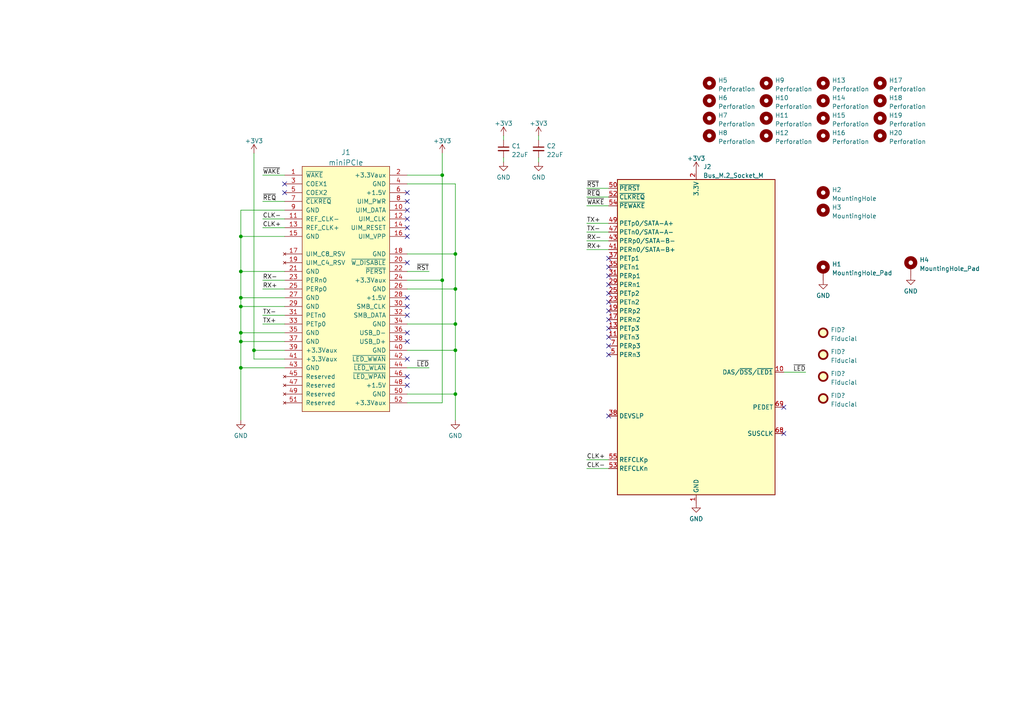
<source format=kicad_sch>
(kicad_sch (version 20211123) (generator eeschema)
  (paper "A4")
  (lib_symbols
    (symbol "Connector:Bus_M.2_Socket_M"
      (property "Reference" "J" (at -22.86 46.99 0))
      (property "Value" "Bus_M.2_Socket_M" (at 16.51 46.99 0))
      (symbol "Bus_M.2_Socket_M_0_1"
        (rectangle (start -22.86 45.72) (end 22.86 -45.72) (stroke (width 0.254)) (fill (type background)))
      )
      (symbol "Bus_M.2_Socket_M_1_1"
        (pin power_in line (at 0 -48.26 90) (length 2.54) (name "GND") (number "1"))
        (pin bidirectional line (at 25.4 -10.16 180) (length 2.54) (name "DAS/~{DSS}/~{LED1}") (number "10"))
        (pin output line (at -25.4 0 0) (length 2.54) (name "PETn3") (number "11"))
        (pin passive line (at 0 48.26 270) (length 2.54) hide (name "3.3V") (number "12"))
        (pin output line (at -25.4 2.54 0) (length 2.54) (name "PETp3") (number "13"))
        (pin passive line (at 0 48.26 270) (length 2.54) hide (name "3.3V") (number "14"))
        (pin passive line (at 0 -48.26 90) (length 2.54) hide (name "GND") (number "15"))
        (pin passive line (at 0 48.26 270) (length 2.54) hide (name "3.3V") (number "16"))
        (pin input line (at -25.4 5.08 0) (length 2.54) (name "PERn2") (number "17"))
        (pin passive line (at 0 48.26 270) (length 2.54) hide (name "3.3V") (number "18"))
        (pin input line (at -25.4 7.62 0) (length 2.54) (name "PERp2") (number "19"))
        (pin power_in line (at 0 48.26 270) (length 2.54) (name "3.3V") (number "2"))
        (pin no_connect line (at 22.86 2.54 180) (length 2.54) hide (name "NC") (number "20"))
        (pin passive line (at 0 -48.26 90) (length 2.54) hide (name "GND") (number "21"))
        (pin no_connect line (at 22.86 5.08 180) (length 2.54) hide (name "NC") (number "22"))
        (pin output line (at -25.4 10.16 0) (length 2.54) (name "PETn2") (number "23"))
        (pin no_connect line (at 22.86 7.62 180) (length 2.54) hide (name "NC") (number "24"))
        (pin output line (at -25.4 12.7 0) (length 2.54) (name "PETp2") (number "25"))
        (pin no_connect line (at 22.86 10.16 180) (length 2.54) hide (name "NC") (number "26"))
        (pin passive line (at 0 -48.26 90) (length 2.54) hide (name "GND") (number "27"))
        (pin no_connect line (at 22.86 12.7 180) (length 2.54) hide (name "NC") (number "28"))
        (pin input line (at -25.4 15.24 0) (length 2.54) (name "PERn1") (number "29"))
        (pin passive line (at 0 -48.26 90) (length 2.54) hide (name "GND") (number "3"))
        (pin no_connect line (at 22.86 15.24 180) (length 2.54) hide (name "NC") (number "30"))
        (pin input line (at -25.4 17.78 0) (length 2.54) (name "PERp1") (number "31"))
        (pin no_connect line (at 22.86 17.78 180) (length 2.54) hide (name "NC") (number "32"))
        (pin passive line (at 0 -48.26 90) (length 2.54) hide (name "GND") (number "33"))
        (pin no_connect line (at 22.86 20.32 180) (length 2.54) hide (name "NC") (number "34"))
        (pin output line (at -25.4 20.32 0) (length 2.54) (name "PETn1") (number "35"))
        (pin no_connect line (at 22.86 22.86 180) (length 2.54) hide (name "NC") (number "36"))
        (pin output line (at -25.4 22.86 0) (length 2.54) (name "PETp1") (number "37"))
        (pin output line (at -25.4 -22.86 0) (length 2.54) (name "DEVSLP") (number "38"))
        (pin passive line (at 0 -48.26 90) (length 2.54) hide (name "GND") (number "39"))
        (pin passive line (at 0 48.26 270) (length 2.54) hide (name "3.3V") (number "4"))
        (pin no_connect line (at 22.86 25.4 180) (length 2.54) hide (name "NC") (number "40"))
        (pin input line (at -25.4 25.4 0) (length 2.54) (name "PERn0/SATA-B+") (number "41"))
        (pin no_connect line (at 22.86 27.94 180) (length 2.54) hide (name "NC") (number "42"))
        (pin input line (at -25.4 27.94 0) (length 2.54) (name "PERp0/SATA-B-") (number "43"))
        (pin no_connect line (at 22.86 30.48 180) (length 2.54) hide (name "NC") (number "44"))
        (pin passive line (at 0 -48.26 90) (length 2.54) hide (name "GND") (number "45"))
        (pin no_connect line (at 22.86 33.02 180) (length 2.54) hide (name "NC") (number "46"))
        (pin output line (at -25.4 30.48 0) (length 2.54) (name "PETn0/SATA-A-") (number "47"))
        (pin no_connect line (at 22.86 35.56 180) (length 2.54) hide (name "NC") (number "48"))
        (pin output line (at -25.4 33.02 0) (length 2.54) (name "PETp0/SATA-A+") (number "49"))
        (pin input line (at -25.4 -5.08 0) (length 2.54) (name "PERn3") (number "5"))
        (pin output line (at -25.4 43.18 0) (length 2.54) (name "~{PERST}") (number "50"))
        (pin passive line (at 0 -48.26 90) (length 2.54) hide (name "GND") (number "51"))
        (pin bidirectional line (at -25.4 40.64 0) (length 2.54) (name "~{CLKREQ}") (number "52"))
        (pin output line (at -25.4 -38.1 0) (length 2.54) (name "REFCLKn") (number "53"))
        (pin bidirectional line (at -25.4 38.1 0) (length 2.54) (name "~{PEWAKE}") (number "54"))
        (pin output line (at -25.4 -35.56 0) (length 2.54) (name "REFCLKp") (number "55"))
        (pin no_connect line (at 22.86 38.1 180) (length 2.54) hide (name "NC") (number "56"))
        (pin passive line (at 0 -48.26 90) (length 2.54) hide (name "GND") (number "57"))
        (pin no_connect line (at 22.86 40.64 180) (length 2.54) hide (name "NC") (number "58"))
        (pin no_connect line (at 22.86 -2.54 180) (length 2.54) hide (name "NC") (number "6"))
        (pin no_connect line (at 22.86 -5.08 180) (length 2.54) hide (name "NC") (number "67"))
        (pin output line (at 25.4 -27.94 180) (length 2.54) (name "SUSCLK") (number "68"))
        (pin passive line (at 25.4 -20.32 180) (length 2.54) (name "PEDET") (number "69"))
        (pin input line (at -25.4 -2.54 0) (length 2.54) (name "PERp3") (number "7"))
        (pin passive line (at 0 48.26 270) (length 2.54) hide (name "3.3V") (number "70"))
        (pin passive line (at 0 -48.26 90) (length 2.54) hide (name "GND") (number "71"))
        (pin passive line (at 0 48.26 270) (length 2.54) hide (name "3.3V") (number "72"))
        (pin passive line (at 0 -48.26 90) (length 2.54) hide (name "GND") (number "73"))
        (pin passive line (at 0 48.26 270) (length 2.54) hide (name "3.3V") (number "74"))
        (pin passive line (at 0 -48.26 90) (length 2.54) hide (name "GND") (number "75"))
        (pin no_connect line (at 22.86 0 180) (length 2.54) hide (name "NC") (number "8"))
        (pin passive line (at 0 -48.26 90) (length 2.54) hide (name "GND") (number "9"))
      )
    )
    (symbol "Device:C_Small" (pin_numbers hide) (pin_names (offset 0.254) hide)
      (property "Reference" "C" (at 0.254 1.778 0))
      (property "Value" "C_Small" (at 0.254 -2.032 0))
      (symbol "C_Small_0_1"
        (polyline (pts (xy -1.524 -0.508) (xy 1.524 -0.508)) (stroke (width 0.3302)))
        (polyline (pts (xy -1.524 0.508) (xy 1.524 0.508)) (stroke (width 0.3048)))
      )
      (symbol "C_Small_1_1"
        (pin passive line (at 0 2.54 270) (length 2.032) (name "~") (number "1"))
        (pin passive line (at 0 -2.54 90) (length 2.032) (name "~") (number "2"))
      )
    )
    (symbol "Mechanical:Fiducial"
      (property "Reference" "FID" (at 0 5.08 0))
      (property "Value" "Fiducial" (at 0 3.175 0))
      (symbol "Fiducial_0_1"
        (circle (center 0 0) (radius 1.27) (stroke (width 0.508)) (fill (type background)))
      )
    )
    (symbol "Mechanical:MountingHole" (pin_names (offset 1.016))
      (property "Reference" "H" (at 0 5.08 0))
      (property "Value" "MountingHole" (at 0 3.175 0))
      (symbol "MountingHole_0_1"
        (circle (center 0 0) (radius 1.27) (stroke (width 1.27)))
      )
    )
    (symbol "Mechanical:MountingHole_Pad" (pin_numbers hide) (pin_names (offset 1.016) hide)
      (property "Reference" "H" (at 0 6.35 0))
      (property "Value" "MountingHole_Pad" (at 0 4.445 0))
      (symbol "MountingHole_Pad_0_1"
        (circle (center 0 1.27) (radius 1.27) (stroke (width 1.27)))
      )
      (symbol "MountingHole_Pad_1_1"
        (pin input line (at 0 -2.54 90) (length 2.54) (name "1") (number "1"))
      )
    )
    (symbol "mpcie:miniPCIe" (pin_names (offset 1.016))
      (property "Reference" "J" (at 0 -38.1 0))
      (property "Value" "miniPCIe" (at 0 35.56 0))
      (symbol "miniPCIe_0_1"
        (rectangle (start -12.7 -36.83) (end 12.7 34.29) (fill (type background)))
      )
      (symbol "miniPCIe_1_1"
        (pin output line (at -17.78 31.75 0) (length 5.08) (name "~{WAKE}") (number "1"))
        (pin bidirectional line (at 17.78 21.59 180) (length 5.08) (name "UIM_DATA") (number "10"))
        (pin input line (at -17.78 19.05 0) (length 5.08) (name "REF_CLK-") (number "11"))
        (pin output line (at 17.78 19.05 180) (length 5.08) (name "UIM_CLK") (number "12"))
        (pin input line (at -17.78 16.51 0) (length 5.08) (name "REF_CLK+") (number "13"))
        (pin output line (at 17.78 16.51 180) (length 5.08) (name "UIM_RESET") (number "14"))
        (pin power_in line (at -17.78 13.97 0) (length 5.08) (name "GND") (number "15"))
        (pin power_out line (at 17.78 13.97 180) (length 5.08) (name "UIM_VPP") (number "16"))
        (pin no_connect line (at -17.78 8.89 0) (length 5.08) (name "UIM_C8_RSV") (number "17"))
        (pin power_in line (at 17.78 8.89 180) (length 5.08) (name "GND") (number "18"))
        (pin no_connect line (at -17.78 6.35 0) (length 5.08) (name "UIM_C4_RSV") (number "19"))
        (pin power_in line (at 17.78 31.75 180) (length 5.08) (name "+3.3Vaux") (number "2"))
        (pin input line (at 17.78 6.35 180) (length 5.08) (name "~{W_DISABLE}") (number "20"))
        (pin power_in line (at -17.78 3.81 0) (length 5.08) (name "GND") (number "21"))
        (pin input line (at 17.78 3.81 180) (length 5.08) (name "~{PERST}") (number "22"))
        (pin bidirectional line (at -17.78 1.27 0) (length 5.08) (name "PERn0") (number "23"))
        (pin power_in line (at 17.78 1.27 180) (length 5.08) (name "+3.3Vaux") (number "24"))
        (pin bidirectional line (at -17.78 -1.27 0) (length 5.08) (name "PERp0") (number "25"))
        (pin power_in line (at 17.78 -1.27 180) (length 5.08) (name "GND") (number "26"))
        (pin power_in line (at -17.78 -3.81 0) (length 5.08) (name "GND") (number "27"))
        (pin power_in line (at 17.78 -3.81 180) (length 5.08) (name "+1.5V") (number "28"))
        (pin power_in line (at -17.78 -6.35 0) (length 5.08) (name "GND") (number "29"))
        (pin unspecified line (at -17.78 29.21 0) (length 5.08) (name "COEX1") (number "3"))
        (pin input line (at 17.78 -6.35 180) (length 5.08) (name "SMB_CLK") (number "30"))
        (pin bidirectional line (at -17.78 -8.89 0) (length 5.08) (name "PETn0") (number "31"))
        (pin bidirectional line (at 17.78 -8.89 180) (length 5.08) (name "SMB_DATA") (number "32"))
        (pin bidirectional line (at -17.78 -11.43 0) (length 5.08) (name "PETp0") (number "33"))
        (pin power_in line (at 17.78 -11.43 180) (length 5.08) (name "GND") (number "34"))
        (pin power_in line (at -17.78 -13.97 0) (length 5.08) (name "GND") (number "35"))
        (pin bidirectional line (at 17.78 -13.97 180) (length 5.08) (name "USB_D-") (number "36"))
        (pin power_in line (at -17.78 -16.51 0) (length 5.08) (name "GND") (number "37"))
        (pin bidirectional line (at 17.78 -16.51 180) (length 5.08) (name "USB_D+") (number "38"))
        (pin power_in line (at -17.78 -19.05 0) (length 5.08) (name "+3.3Vaux") (number "39"))
        (pin power_in line (at 17.78 29.21 180) (length 5.08) (name "GND") (number "4"))
        (pin power_in line (at 17.78 -19.05 180) (length 5.08) (name "GND") (number "40"))
        (pin power_in line (at -17.78 -21.59 0) (length 5.08) (name "+3.3Vaux") (number "41"))
        (pin output line (at 17.78 -21.59 180) (length 5.08) (name "~{LED_WWAN}") (number "42"))
        (pin power_in line (at -17.78 -24.13 0) (length 5.08) (name "GND") (number "43"))
        (pin output line (at 17.78 -24.13 180) (length 5.08) (name "~{LED_WLAN}") (number "44"))
        (pin no_connect line (at -17.78 -26.67 0) (length 5.08) (name "Reserved") (number "45"))
        (pin output line (at 17.78 -26.67 180) (length 5.08) (name "~{LED_WPAN}") (number "46"))
        (pin no_connect line (at -17.78 -29.21 0) (length 5.08) (name "Reserved") (number "47"))
        (pin power_in line (at 17.78 -29.21 180) (length 5.08) (name "+1.5V") (number "48"))
        (pin no_connect line (at -17.78 -31.75 0) (length 5.08) (name "Reserved") (number "49"))
        (pin unspecified line (at -17.78 26.67 0) (length 5.08) (name "COEX2") (number "5"))
        (pin power_in line (at 17.78 -31.75 180) (length 5.08) (name "GND") (number "50"))
        (pin no_connect line (at -17.78 -34.29 0) (length 5.08) (name "Reserved") (number "51"))
        (pin power_in line (at 17.78 -34.29 180) (length 5.08) (name "+3.3Vaux") (number "52"))
        (pin power_in line (at 17.78 26.67 180) (length 5.08) (name "+1.5V") (number "6"))
        (pin output line (at -17.78 24.13 0) (length 5.08) (name "~{CLKREQ}") (number "7"))
        (pin power_out line (at 17.78 24.13 180) (length 5.08) (name "UIM_PWR") (number "8"))
        (pin power_in line (at -17.78 21.59 0) (length 5.08) (name "GND") (number "9"))
      )
    )
    (symbol "power:+3V3" (power) (pin_names (offset 0))
      (property "Value" "+3V3" (at 0 3.556 0))
      (symbol "+3V3_0_1"
        (polyline (pts (xy -0.762 1.27) (xy 0 2.54)))
        (polyline (pts (xy 0 0) (xy 0 2.54)))
        (polyline (pts (xy 0 2.54) (xy 0.762 1.27)))
      )
      (symbol "+3V3_1_1"
        (pin power_in line (at 0 0 90) (length 0) hide (name "+3V3") (number "1"))
      )
    )
    (symbol "power:GND" (power) (pin_names (offset 0))
      (property "Value" "GND" (at 0 -3.81 0))
      (symbol "GND_0_1"
        (polyline (pts (xy 0 0) (xy 0 -1.27) (xy 1.27 -1.27) (xy 0 -2.54) (xy -1.27 -1.27) (xy 0 -1.27)))
      )
      (symbol "GND_1_1"
        (pin power_in line (at 0 0 270) (length 0) hide (name "GND") (number "1"))
      )
    )
  )
  (junction (at 132.08 93.98))
  (junction (at 132.08 83.82))
  (junction (at 128.27 50.8))
  (junction (at 69.85 96.52))
  (junction (at 132.08 114.3))
  (junction (at 73.66 101.6))
  (junction (at 69.85 99.06))
  (junction (at 69.85 88.9))
  (junction (at 128.27 81.28))
  (junction (at 69.85 68.58))
  (junction (at 69.85 86.36))
  (junction (at 132.08 101.6))
  (junction (at 69.85 106.68))
  (junction (at 132.08 73.66))
  (junction (at 69.85 78.74))
  (no_connect (at 118.11 60.96))
  (no_connect (at 118.11 91.44))
  (no_connect (at 118.11 109.22))
  (no_connect (at 118.11 111.76))
  (no_connect (at 118.11 63.5))
  (no_connect (at 118.11 96.52))
  (no_connect (at 118.11 99.06))
  (no_connect (at 176.53 120.65))
  (no_connect (at 176.53 82.55))
  (no_connect (at 118.11 58.42))
  (no_connect (at 118.11 68.58))
  (no_connect (at 176.53 95.25))
  (no_connect (at 118.11 104.14))
  (no_connect (at 118.11 88.9))
  (no_connect (at 118.11 76.2))
  (no_connect (at 118.11 66.04))
  (no_connect (at 176.53 77.47))
  (no_connect (at 176.53 102.87))
  (no_connect (at 176.53 92.71))
  (no_connect (at 176.53 87.63))
  (no_connect (at 176.53 85.09))
  (no_connect (at 227.33 125.73))
  (no_connect (at 82.55 53.34))
  (no_connect (at 118.11 55.88))
  (no_connect (at 176.53 97.79))
  (no_connect (at 176.53 74.93))
  (no_connect (at 176.53 100.33))
  (no_connect (at 227.33 118.11))
  (no_connect (at 118.11 86.36))
  (no_connect (at 176.53 80.01))
  (no_connect (at 176.53 90.17))
  (no_connect (at 82.55 55.88))
  (wire (pts (xy 73.66 101.6) (xy 73.66 104.14)))
  (wire (pts (xy 132.08 93.98) (xy 118.11 93.98)))
  (wire (pts (xy 82.55 60.96) (xy 69.85 60.96)))
  (wire (pts (xy 69.85 121.92) (xy 69.85 106.68)))
  (wire (pts (xy 170.18 67.31) (xy 176.53 67.31)))
  (wire (pts (xy 76.2 66.04) (xy 82.55 66.04)))
  (wire (pts (xy 170.18 72.39) (xy 176.53 72.39)))
  (wire (pts (xy 170.18 64.77) (xy 176.53 64.77)))
  (wire (pts (xy 69.85 106.68) (xy 82.55 106.68)))
  (wire (pts (xy 156.21 45.72) (xy 156.21 46.99)))
  (wire (pts (xy 170.18 59.69) (xy 176.53 59.69)))
  (wire (pts (xy 118.11 50.8) (xy 128.27 50.8)))
  (wire (pts (xy 118.11 106.68) (xy 124.46 106.68)))
  (wire (pts (xy 69.85 106.68) (xy 69.85 99.06)))
  (wire (pts (xy 170.18 57.15) (xy 176.53 57.15)))
  (wire (pts (xy 170.18 135.89) (xy 176.53 135.89)))
  (wire (pts (xy 124.46 78.74) (xy 118.11 78.74)))
  (wire (pts (xy 118.11 81.28) (xy 128.27 81.28)))
  (wire (pts (xy 132.08 53.34) (xy 118.11 53.34)))
  (wire (pts (xy 132.08 73.66) (xy 132.08 53.34)))
  (wire (pts (xy 69.85 88.9) (xy 69.85 96.52)))
  (wire (pts (xy 69.85 99.06) (xy 82.55 99.06)))
  (wire (pts (xy 132.08 114.3) (xy 118.11 114.3)))
  (wire (pts (xy 69.85 68.58) (xy 69.85 78.74)))
  (wire (pts (xy 132.08 93.98) (xy 132.08 83.82)))
  (wire (pts (xy 76.2 83.82) (xy 82.55 83.82)))
  (wire (pts (xy 128.27 50.8) (xy 128.27 81.28)))
  (wire (pts (xy 227.33 107.95) (xy 233.68 107.95)))
  (wire (pts (xy 170.18 69.85) (xy 176.53 69.85)))
  (wire (pts (xy 132.08 83.82) (xy 132.08 73.66)))
  (wire (pts (xy 69.85 96.52) (xy 69.85 99.06)))
  (wire (pts (xy 73.66 44.45) (xy 73.66 101.6)))
  (wire (pts (xy 128.27 44.45) (xy 128.27 50.8)))
  (wire (pts (xy 76.2 58.42) (xy 82.55 58.42)))
  (wire (pts (xy 132.08 114.3) (xy 132.08 101.6)))
  (wire (pts (xy 82.55 96.52) (xy 69.85 96.52)))
  (wire (pts (xy 132.08 121.92) (xy 132.08 114.3)))
  (wire (pts (xy 170.18 54.61) (xy 176.53 54.61)))
  (wire (pts (xy 76.2 63.5) (xy 82.55 63.5)))
  (wire (pts (xy 132.08 83.82) (xy 118.11 83.82)))
  (wire (pts (xy 118.11 116.84) (xy 128.27 116.84)))
  (wire (pts (xy 128.27 81.28) (xy 128.27 116.84)))
  (wire (pts (xy 69.85 60.96) (xy 69.85 68.58)))
  (wire (pts (xy 69.85 86.36) (xy 69.85 88.9)))
  (wire (pts (xy 76.2 91.44) (xy 82.55 91.44)))
  (wire (pts (xy 82.55 88.9) (xy 69.85 88.9)))
  (wire (pts (xy 69.85 78.74) (xy 69.85 86.36)))
  (wire (pts (xy 76.2 81.28) (xy 82.55 81.28)))
  (wire (pts (xy 73.66 101.6) (xy 82.55 101.6)))
  (wire (pts (xy 82.55 68.58) (xy 69.85 68.58)))
  (wire (pts (xy 156.21 39.37) (xy 156.21 40.64)))
  (wire (pts (xy 82.55 104.14) (xy 73.66 104.14)))
  (wire (pts (xy 76.2 50.8) (xy 82.55 50.8)))
  (wire (pts (xy 170.18 133.35) (xy 176.53 133.35)))
  (wire (pts (xy 146.05 39.37) (xy 146.05 40.64)))
  (wire (pts (xy 146.05 45.72) (xy 146.05 46.99)))
  (wire (pts (xy 82.55 86.36) (xy 69.85 86.36)))
  (wire (pts (xy 132.08 73.66) (xy 118.11 73.66)))
  (wire (pts (xy 132.08 101.6) (xy 118.11 101.6)))
  (wire (pts (xy 76.2 93.98) (xy 82.55 93.98)))
  (wire (pts (xy 82.55 78.74) (xy 69.85 78.74)))
  (wire (pts (xy 132.08 101.6) (xy 132.08 93.98)))
  (label "CLK+" (at 76.2 66.04 0))
  (label "RX-" (at 76.2 81.28 0))
  (label "~{LED}" (at 233.68 107.95 180))
  (label "TX-" (at 170.18 67.31 0))
  (label "~{RST}" (at 124.46 78.74 180))
  (label "~{REQ}" (at 76.2 58.42 0))
  (label "~{LED}" (at 124.46 106.68 180))
  (label "CLK-" (at 76.2 63.5 0))
  (label "CLK-" (at 170.18 135.89 0))
  (label "RX+" (at 170.18 72.39 0))
  (label "RX+" (at 76.2 83.82 0))
  (label "TX-" (at 76.2 91.44 0))
  (label "~{WAKE}" (at 76.2 50.8 0))
  (label "~{REQ}" (at 170.18 57.15 0))
  (label "~{RST}" (at 170.18 54.61 0))
  (label "CLK+" (at 170.18 133.35 0))
  (label "~{WAKE}" (at 170.18 59.69 0))
  (label "TX+" (at 170.18 64.77 0))
  (label "RX-" (at 170.18 69.85 0))
  (label "TX+" (at 76.2 93.98 0))
  (symbol (lib_id "power:+3V3") (at 128.27 44.45 0) (unit 1)
    (property "Reference" "#PWR0106" (effects hide))
    (property "Value" "+3V3" (at 128.27 40.8742 0))
  )
  (symbol (lib_id "Mechanical:MountingHole") (at 255.27 39.37 0) (unit 1)
    (property "Reference" "H20" (at 257.81 38.5353 0) (effects (justify left)))
    (property "Value" "Perforation" (at 257.81 41.0722 0) (effects (justify left)))
    (property "Footprint" "Perforation:Perforation_0.4mm" (effects hide))
  )
  (symbol (lib_id "Mechanical:MountingHole") (at 222.25 39.37 0) (unit 1)
    (property "Reference" "H12" (at 224.79 38.5353 0) (effects (justify left)))
    (property "Value" "Perforation" (at 224.79 41.0722 0) (effects (justify left)))
    (property "Footprint" "Perforation:Perforation_0.4mm" (effects hide))
  )
  (symbol (lib_id "Mechanical:Fiducial") (at 238.76 115.57 0) (unit 1)
    (property "Reference" "FID?" (at 240.919 114.7353 0) (effects (justify left)))
    (property "Value" "Fiducial" (at 240.919 117.2722 0) (effects (justify left)))
    (property "Footprint" "Fiducial:Fiducial_1mm_Mask2mm" (effects hide))
  )
  (symbol (lib_id "Mechanical:MountingHole") (at 205.74 34.29 0) (unit 1)
    (property "Reference" "H7" (at 208.28 33.4553 0) (effects (justify left)))
    (property "Value" "Perforation" (at 208.28 35.9922 0) (effects (justify left)))
    (property "Footprint" "Perforation:Perforation_0.4mm" (effects hide))
  )
  (symbol (lib_id "power:+3V3") (at 201.93 49.53 0) (unit 1)
    (property "Reference" "#PWR0102" (effects hide))
    (property "Value" "+3V3" (at 201.93 45.9542 0))
  )
  (symbol (lib_id "Mechanical:MountingHole") (at 205.74 29.21 0) (unit 1)
    (property "Reference" "H6" (at 208.28 28.3753 0) (effects (justify left)))
    (property "Value" "Perforation" (at 208.28 30.9122 0) (effects (justify left)))
    (property "Footprint" "Perforation:Perforation_0.4mm" (effects hide))
  )
  (symbol (lib_id "Mechanical:Fiducial") (at 238.76 102.87 0) (unit 1)
    (property "Reference" "FID?" (at 240.919 102.0353 0) (effects (justify left)))
    (property "Value" "Fiducial" (at 240.919 104.5722 0) (effects (justify left)))
    (property "Footprint" "Fiducial:Fiducial_1mm_Mask2mm" (effects hide))
  )
  (symbol (lib_id "Device:C_Small") (at 146.05 43.18 0) (unit 1)
    (property "Reference" "C1" (at 148.3741 42.3516 0) (effects (justify left)))
    (property "Value" "22uF" (at 148.3741 44.8885 0) (effects (justify left)))
    (property "Footprint" "Capacitor_SMD:C_0603_1608Metric" (effects hide))
    (property "LCSC" "C59461" (effects hide))
  )
  (symbol (lib_id "Mechanical:MountingHole") (at 205.74 24.13 0) (unit 1)
    (property "Reference" "H5" (at 208.28 23.2953 0) (effects (justify left)))
    (property "Value" "Perforation" (at 208.28 25.8322 0) (effects (justify left)))
    (property "Footprint" "Perforation:Perforation_0.4mm" (effects hide))
  )
  (symbol (lib_id "power:+3V3") (at 146.05 39.37 0) (unit 1)
    (property "Reference" "#PWR0110" (effects hide))
    (property "Value" "+3V3" (at 146.05 35.7942 0))
  )
  (symbol (lib_id "Mechanical:MountingHole_Pad") (at 238.76 78.74 0) (unit 1)
    (property "Reference" "H1" (at 241.3 76.6353 0) (effects (justify left)))
    (property "Value" "MountingHole_Pad" (at 241.3 79.1722 0) (effects (justify left)))
    (property "Footprint" "MountingHole_small:MountingHole_3.6mm_small" (effects hide))
    (property "LCSC" "C2928188" (effects hide))
  )
  (symbol (lib_id "Mechanical:MountingHole") (at 238.76 55.88 0) (unit 1)
    (property "Reference" "H2" (at 241.3 55.0453 0) (effects (justify left)))
    (property "Value" "MountingHole" (at 241.3 57.5822 0) (effects (justify left)))
    (property "Footprint" "ToolingHole:ToolingHole_JLCSMT" (effects hide))
  )
  (symbol (lib_id "power:+3V3") (at 156.21 39.37 0) (unit 1)
    (property "Reference" "#PWR0109" (effects hide))
    (property "Value" "+3V3" (at 156.21 35.7942 0))
  )
  (symbol (lib_id "Mechanical:Fiducial") (at 238.76 96.52 0) (unit 1)
    (property "Reference" "FID?" (at 240.919 95.6853 0) (effects (justify left)))
    (property "Value" "Fiducial" (at 240.919 98.2222 0) (effects (justify left)))
    (property "Footprint" "Fiducial:Fiducial_1mm_Mask2mm" (effects hide))
  )
  (symbol (lib_id "power:+3V3") (at 73.66 44.45 0) (unit 1)
    (property "Reference" "#PWR0105" (effects hide))
    (property "Value" "+3V3" (at 73.66 40.8742 0))
  )
  (symbol (lib_id "power:GND") (at 146.05 46.99 0) (unit 1)
    (property "Reference" "#PWR0111" (effects hide))
    (property "Value" "GND" (at 146.05 51.4334 0))
  )
  (symbol (lib_id "Connector:Bus_M.2_Socket_M") (at 201.93 97.79 0) (unit 1)
    (property "Reference" "J2" (at 203.9494 48.3702 0) (effects (justify left)))
    (property "Value" "Bus_M.2_Socket_M" (at 203.9494 50.9071 0) (effects (justify left)))
    (property "Footprint" "amphenol-m.2:MDTXXXXXX001" (effects hide))
    (property "Datasheet" "http://read.pudn.com/downloads794/doc/project/3133918/PCIe_M.2_Electromechanical_Spec_Rev1.0_Final_11012013_RS_Clean.pdf#page=155" (effects hide))
    (property "LCSC" "C2832351" (effects hide))
  )
  (symbol (lib_id "Mechanical:MountingHole") (at 255.27 29.21 0) (unit 1)
    (property "Reference" "H18" (at 257.81 28.3753 0) (effects (justify left)))
    (property "Value" "Perforation" (at 257.81 30.9122 0) (effects (justify left)))
    (property "Footprint" "Perforation:Perforation_0.4mm" (effects hide))
  )
  (symbol (lib_id "Mechanical:MountingHole_Pad") (at 264.16 77.47 0) (unit 1)
    (property "Reference" "H4" (at 266.7 75.3653 0) (effects (justify left)))
    (property "Value" "MountingHole_Pad" (at 266.7 77.9022 0) (effects (justify left)))
    (property "Footprint" "MountingHole:MountingHole_3.5mm_Pad_Via" (effects hide))
  )
  (symbol (lib_id "Mechanical:MountingHole") (at 222.25 34.29 0) (unit 1)
    (property "Reference" "H11" (at 224.79 33.4553 0) (effects (justify left)))
    (property "Value" "Perforation" (at 224.79 35.9922 0) (effects (justify left)))
    (property "Footprint" "Perforation:Perforation_0.4mm" (effects hide))
  )
  (symbol (lib_id "Mechanical:MountingHole") (at 222.25 29.21 0) (unit 1)
    (property "Reference" "H10" (at 224.79 28.3753 0) (effects (justify left)))
    (property "Value" "Perforation" (at 224.79 30.9122 0) (effects (justify left)))
    (property "Footprint" "Perforation:Perforation_0.4mm" (effects hide))
  )
  (symbol (lib_id "power:GND") (at 238.76 81.28 0) (unit 1)
    (property "Reference" "#PWR0107" (effects hide))
    (property "Value" "GND" (at 238.76 85.7234 0))
  )
  (symbol (lib_id "Device:C_Small") (at 156.21 43.18 0) (unit 1)
    (property "Reference" "C2" (at 158.5341 42.3516 0) (effects (justify left)))
    (property "Value" "22uF" (at 158.5341 44.8885 0) (effects (justify left)))
    (property "Footprint" "Capacitor_SMD:C_0603_1608Metric" (effects hide))
    (property "LCSC" "C59461" (effects hide))
  )
  (symbol (lib_id "power:GND") (at 264.16 80.01 0) (unit 1)
    (property "Reference" "#PWR0108" (effects hide))
    (property "Value" "GND" (at 264.16 84.4534 0))
  )
  (symbol (lib_id "Mechanical:MountingHole") (at 238.76 34.29 0) (unit 1)
    (property "Reference" "H15" (at 241.3 33.4553 0) (effects (justify left)))
    (property "Value" "Perforation" (at 241.3 35.9922 0) (effects (justify left)))
    (property "Footprint" "Perforation:Perforation_0.4mm" (effects hide))
  )
  (symbol (lib_id "Mechanical:MountingHole") (at 238.76 39.37 0) (unit 1)
    (property "Reference" "H16" (at 241.3 38.5353 0) (effects (justify left)))
    (property "Value" "Perforation" (at 241.3 41.0722 0) (effects (justify left)))
    (property "Footprint" "Perforation:Perforation_0.4mm" (effects hide))
  )
  (symbol (lib_id "Mechanical:MountingHole") (at 205.74 39.37 0) (unit 1)
    (property "Reference" "H8" (at 208.28 38.5353 0) (effects (justify left)))
    (property "Value" "Perforation" (at 208.28 41.0722 0) (effects (justify left)))
    (property "Footprint" "Perforation:Perforation_0.4mm" (effects hide))
  )
  (symbol (lib_id "power:GND") (at 156.21 46.99 0) (unit 1)
    (property "Reference" "#PWR0112" (effects hide))
    (property "Value" "GND" (at 156.21 51.4334 0))
  )
  (symbol (lib_id "Mechanical:MountingHole") (at 255.27 24.13 0) (unit 1)
    (property "Reference" "H17" (at 257.81 23.2953 0) (effects (justify left)))
    (property "Value" "Perforation" (at 257.81 25.8322 0) (effects (justify left)))
    (property "Footprint" "Perforation:Perforation_0.4mm" (effects hide))
  )
  (symbol (lib_id "power:GND") (at 69.85 121.92 0) (unit 1)
    (property "Reference" "#PWR0104" (effects hide))
    (property "Value" "GND" (at 69.85 126.3634 0))
  )
  (symbol (lib_id "Mechanical:MountingHole") (at 255.27 34.29 0) (unit 1)
    (property "Reference" "H19" (at 257.81 33.4553 0) (effects (justify left)))
    (property "Value" "Perforation" (at 257.81 35.9922 0) (effects (justify left)))
    (property "Footprint" "Perforation:Perforation_0.4mm" (effects hide))
  )
  (symbol (lib_id "Mechanical:MountingHole") (at 238.76 60.96 0) (unit 1)
    (property "Reference" "H3" (at 241.3 60.1253 0) (effects (justify left)))
    (property "Value" "MountingHole" (at 241.3 62.6622 0) (effects (justify left)))
    (property "Footprint" "ToolingHole:ToolingHole_JLCSMT" (effects hide))
  )
  (symbol (lib_id "Mechanical:MountingHole") (at 238.76 24.13 0) (unit 1)
    (property "Reference" "H13" (at 241.3 23.2953 0) (effects (justify left)))
    (property "Value" "Perforation" (at 241.3 25.8322 0) (effects (justify left)))
    (property "Footprint" "Perforation:Perforation_0.4mm" (effects hide))
  )
  (symbol (lib_id "power:GND") (at 132.08 121.92 0) (unit 1)
    (property "Reference" "#PWR0103" (effects hide))
    (property "Value" "GND" (at 132.08 126.3634 0))
  )
  (symbol (lib_id "power:GND") (at 201.93 146.05 0) (unit 1)
    (property "Reference" "#PWR0101" (effects hide))
    (property "Value" "GND" (at 201.93 150.4934 0))
  )
  (symbol (lib_id "mpcie:miniPCIe") (at 100.33 82.55 0) (unit 1)
    (property "Reference" "J1" (at 100.33 44.1759 0) (effects (font (size 1.524 1.524))))
    (property "Value" "miniPCIe" (at 100.33 47.1693 0) (effects (font (size 1.524 1.524))))
    (property "Footprint" "mpcie:mini-PCIe_F1_Full" (effects hide))
    (property "Datasheet" "https://pcisig.com/specifications/pciexpress/base" (effects hide))
  )
  (symbol (lib_id "Mechanical:MountingHole") (at 222.25 24.13 0) (unit 1)
    (property "Reference" "H9" (at 224.79 23.2953 0) (effects (justify left)))
    (property "Value" "Perforation" (at 224.79 25.8322 0) (effects (justify left)))
    (property "Footprint" "Perforation:Perforation_0.4mm" (effects hide))
  )
  (symbol (lib_id "Mechanical:Fiducial") (at 238.76 109.22 0) (unit 1)
    (property "Reference" "FID?" (at 240.919 108.3853 0) (effects (justify left)))
    (property "Value" "Fiducial" (at 240.919 110.9222 0) (effects (justify left)))
    (property "Footprint" "Fiducial:Fiducial_1mm_Mask2mm" (effects hide))
  )
  (symbol (lib_id "Mechanical:MountingHole") (at 238.76 29.21 0) (unit 1)
    (property "Reference" "H14" (at 241.3 28.3753 0) (effects (justify left)))
    (property "Value" "Perforation" (at 241.3 30.9122 0) (effects (justify left)))
    (property "Footprint" "Perforation:Perforation_0.4mm" (effects hide))
  )
)
</source>
